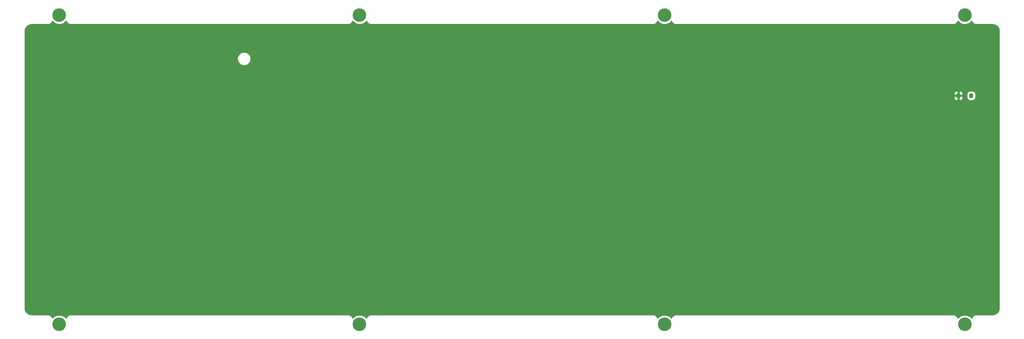
<source format=gbr>
G04 #@! TF.GenerationSoftware,KiCad,Pcbnew,(5.1.10-1-10_14)*
G04 #@! TF.CreationDate,2021-09-09T13:05:08-05:00*
G04 #@! TF.ProjectId,ori_bottom_plate,6f72695f-626f-4747-946f-6d5f706c6174,rev?*
G04 #@! TF.SameCoordinates,Original*
G04 #@! TF.FileFunction,Copper,L1,Top*
G04 #@! TF.FilePolarity,Positive*
%FSLAX46Y46*%
G04 Gerber Fmt 4.6, Leading zero omitted, Abs format (unit mm)*
G04 Created by KiCad (PCBNEW (5.1.10-1-10_14)) date 2021-09-09 13:05:08*
%MOMM*%
%LPD*%
G01*
G04 APERTURE LIST*
G04 #@! TA.AperFunction,ComponentPad*
%ADD10C,3.500000*%
G04 #@! TD*
G04 #@! TA.AperFunction,ViaPad*
%ADD11C,0.500000*%
G04 #@! TD*
G04 #@! TA.AperFunction,Conductor*
%ADD12C,0.250000*%
G04 #@! TD*
G04 #@! TA.AperFunction,Conductor*
%ADD13C,0.254000*%
G04 #@! TD*
G04 #@! TA.AperFunction,Conductor*
%ADD14C,0.100000*%
G04 #@! TD*
G04 APERTURE END LIST*
G04 #@! TA.AperFunction,SMDPad,CuDef*
G36*
G01*
X388211370Y-59168840D02*
X388211370Y-59868840D01*
G75*
G02*
X387961370Y-60118840I-250000J0D01*
G01*
X387461370Y-60118840D01*
G75*
G02*
X387211370Y-59868840I0J250000D01*
G01*
X387211370Y-59168840D01*
G75*
G02*
X387461370Y-58918840I250000J0D01*
G01*
X387961370Y-58918840D01*
G75*
G02*
X388211370Y-59168840I0J-250000D01*
G01*
G37*
G04 #@! TD.AperFunction*
G04 #@! TA.AperFunction,SMDPad,CuDef*
G36*
G01*
X391511370Y-59168840D02*
X391511370Y-59868840D01*
G75*
G02*
X391261370Y-60118840I-250000J0D01*
G01*
X390761370Y-60118840D01*
G75*
G02*
X390511370Y-59868840I0J250000D01*
G01*
X390511370Y-59168840D01*
G75*
G02*
X390761370Y-58918840I250000J0D01*
G01*
X391261370Y-58918840D01*
G75*
G02*
X391511370Y-59168840I0J-250000D01*
G01*
G37*
G04 #@! TD.AperFunction*
D10*
X311970354Y-118454889D03*
X311970354Y-38682951D03*
X233389042Y-118454889D03*
X233389042Y-38682951D03*
X155998322Y-118454889D03*
X155998322Y-38683016D03*
X389360818Y-38683016D03*
X389360818Y-118454824D03*
D11*
X385194165Y-59518840D03*
D12*
X387711370Y-59518840D02*
X385194165Y-59518840D01*
D13*
X310450005Y-40535501D02*
X310840633Y-40796511D01*
X311274675Y-40976297D01*
X311735452Y-41067951D01*
X312205256Y-41067951D01*
X312666033Y-40976297D01*
X313100075Y-40796511D01*
X313490703Y-40535501D01*
X313757764Y-40268440D01*
X313767359Y-40299436D01*
X313790513Y-40354518D01*
X313812946Y-40410042D01*
X313817273Y-40418178D01*
X313872533Y-40520380D01*
X313905968Y-40569948D01*
X313938739Y-40620029D01*
X313944563Y-40627170D01*
X314018622Y-40716692D01*
X314061059Y-40758833D01*
X314102922Y-40801583D01*
X314110023Y-40807456D01*
X314200060Y-40880889D01*
X314249879Y-40913988D01*
X314299242Y-40947788D01*
X314307349Y-40952170D01*
X314409934Y-41006716D01*
X314465241Y-41029511D01*
X314520219Y-41053075D01*
X314529023Y-41055800D01*
X314640249Y-41089381D01*
X314698900Y-41100994D01*
X314757437Y-41113437D01*
X314766602Y-41114400D01*
X314882233Y-41125738D01*
X314882237Y-41125738D01*
X314914220Y-41128888D01*
X386416488Y-41128888D01*
X386444470Y-41126132D01*
X386448039Y-41126157D01*
X386457211Y-41125258D01*
X386572758Y-41113114D01*
X386631361Y-41101084D01*
X386690119Y-41089876D01*
X386698941Y-41087212D01*
X386809930Y-41052855D01*
X386865012Y-41029701D01*
X386920536Y-41007268D01*
X386928672Y-41002941D01*
X387030874Y-40947681D01*
X387080442Y-40914246D01*
X387130523Y-40881475D01*
X387137664Y-40875651D01*
X387227186Y-40801592D01*
X387269327Y-40759155D01*
X387312077Y-40717292D01*
X387317950Y-40710191D01*
X387391383Y-40620154D01*
X387424482Y-40570335D01*
X387458282Y-40520972D01*
X387462664Y-40512865D01*
X387517210Y-40410280D01*
X387540005Y-40354973D01*
X387563569Y-40299995D01*
X387566294Y-40291191D01*
X387573205Y-40268302D01*
X387840469Y-40535566D01*
X388231097Y-40796576D01*
X388665139Y-40976362D01*
X389125916Y-41068016D01*
X389595720Y-41068016D01*
X390056497Y-40976362D01*
X390490539Y-40796576D01*
X390881167Y-40535566D01*
X391148317Y-40268416D01*
X391157919Y-40299436D01*
X391181073Y-40354518D01*
X391203506Y-40410042D01*
X391207833Y-40418178D01*
X391263093Y-40520380D01*
X391296528Y-40569948D01*
X391329299Y-40620029D01*
X391335123Y-40627170D01*
X391409182Y-40716692D01*
X391451619Y-40758833D01*
X391493482Y-40801583D01*
X391500583Y-40807456D01*
X391590620Y-40880889D01*
X391640439Y-40913988D01*
X391689802Y-40947788D01*
X391697909Y-40952170D01*
X391800494Y-41006716D01*
X391855801Y-41029511D01*
X391910779Y-41053075D01*
X391919583Y-41055800D01*
X392030809Y-41089381D01*
X392089460Y-41100994D01*
X392147997Y-41113437D01*
X392157162Y-41114400D01*
X392272793Y-41125738D01*
X392272808Y-41125738D01*
X392304801Y-41128888D01*
X396472881Y-41128761D01*
X396838861Y-41164646D01*
X397159864Y-41261562D01*
X397455930Y-41418983D01*
X397715777Y-41630909D01*
X397929515Y-41889272D01*
X398088998Y-42184230D01*
X398188154Y-42504552D01*
X398226411Y-42868543D01*
X398226410Y-114255541D01*
X398190524Y-114621531D01*
X398093607Y-114942538D01*
X397936187Y-115238599D01*
X397724259Y-115498448D01*
X397465896Y-115712186D01*
X397170940Y-115871668D01*
X396850618Y-115970824D01*
X396486642Y-116009079D01*
X392305169Y-116008952D01*
X392277177Y-116011708D01*
X392273596Y-116011683D01*
X392264425Y-116012582D01*
X392148877Y-116024726D01*
X392090267Y-116036757D01*
X392031517Y-116047964D01*
X392022695Y-116050628D01*
X391911706Y-116084985D01*
X391856624Y-116108139D01*
X391801100Y-116130572D01*
X391792964Y-116134899D01*
X391690762Y-116190159D01*
X391641171Y-116223609D01*
X391591113Y-116256365D01*
X391583972Y-116262189D01*
X391494450Y-116336248D01*
X391452309Y-116378685D01*
X391409559Y-116420548D01*
X391403686Y-116427649D01*
X391330254Y-116517686D01*
X391297165Y-116567490D01*
X391263355Y-116616868D01*
X391258972Y-116624974D01*
X391204427Y-116727560D01*
X391181640Y-116782846D01*
X391158067Y-116837845D01*
X391155342Y-116846648D01*
X391148431Y-116869538D01*
X390881167Y-116602274D01*
X390490539Y-116341264D01*
X390056497Y-116161478D01*
X389595720Y-116069824D01*
X389125916Y-116069824D01*
X388665139Y-116161478D01*
X388231097Y-116341264D01*
X387840469Y-116602274D01*
X387573319Y-116869424D01*
X387563717Y-116838404D01*
X387540563Y-116783322D01*
X387518130Y-116727798D01*
X387513803Y-116719662D01*
X387458543Y-116617460D01*
X387425093Y-116567869D01*
X387392337Y-116517811D01*
X387386513Y-116510670D01*
X387312454Y-116421148D01*
X387270017Y-116379007D01*
X387228154Y-116336257D01*
X387221053Y-116330384D01*
X387131016Y-116256952D01*
X387081212Y-116223863D01*
X387031834Y-116190053D01*
X387023728Y-116185670D01*
X386921142Y-116131125D01*
X386865856Y-116108338D01*
X386810857Y-116084765D01*
X386802054Y-116082040D01*
X386690827Y-116048459D01*
X386632176Y-116036846D01*
X386573639Y-116024403D01*
X386564474Y-116023440D01*
X386448844Y-116012102D01*
X386448838Y-116012102D01*
X386416855Y-116008952D01*
X314914689Y-116009017D01*
X314886717Y-116011772D01*
X314883137Y-116011747D01*
X314873966Y-116012646D01*
X314758418Y-116024790D01*
X314699808Y-116036821D01*
X314641058Y-116048028D01*
X314632236Y-116050692D01*
X314521247Y-116085049D01*
X314466165Y-116108203D01*
X314410641Y-116130636D01*
X314402505Y-116134963D01*
X314300303Y-116190223D01*
X314250712Y-116223673D01*
X314200654Y-116256429D01*
X314193513Y-116262253D01*
X314103991Y-116336312D01*
X314061850Y-116378749D01*
X314019100Y-116420612D01*
X314013227Y-116427713D01*
X313939795Y-116517750D01*
X313906706Y-116567554D01*
X313872896Y-116616932D01*
X313868513Y-116625038D01*
X313813968Y-116727624D01*
X313791181Y-116782910D01*
X313767608Y-116837909D01*
X313764883Y-116846712D01*
X313757971Y-116869607D01*
X313490703Y-116602339D01*
X313100075Y-116341329D01*
X312666033Y-116161543D01*
X312205256Y-116069889D01*
X311735452Y-116069889D01*
X311274675Y-116161543D01*
X310840633Y-116341329D01*
X310450005Y-116602339D01*
X310182859Y-116869485D01*
X310173258Y-116838468D01*
X310150104Y-116783386D01*
X310127671Y-116727862D01*
X310123344Y-116719726D01*
X310068084Y-116617524D01*
X310034634Y-116567933D01*
X310001878Y-116517875D01*
X309996054Y-116510734D01*
X309921995Y-116421212D01*
X309879558Y-116379071D01*
X309837695Y-116336321D01*
X309830594Y-116330448D01*
X309740557Y-116257016D01*
X309690753Y-116223927D01*
X309641375Y-116190117D01*
X309633269Y-116185734D01*
X309530683Y-116131189D01*
X309475397Y-116108402D01*
X309420398Y-116084829D01*
X309411595Y-116082104D01*
X309300368Y-116048523D01*
X309241717Y-116036910D01*
X309183180Y-116024467D01*
X309174015Y-116023504D01*
X309058385Y-116012166D01*
X309058370Y-116012166D01*
X309026397Y-116009017D01*
X236333405Y-116008952D01*
X236305423Y-116011708D01*
X236301852Y-116011683D01*
X236292681Y-116012582D01*
X236177133Y-116024726D01*
X236118523Y-116036757D01*
X236059773Y-116047964D01*
X236050951Y-116050628D01*
X235939962Y-116084985D01*
X235884880Y-116108139D01*
X235829356Y-116130572D01*
X235821220Y-116134899D01*
X235719018Y-116190159D01*
X235669427Y-116223609D01*
X235619369Y-116256365D01*
X235612228Y-116262189D01*
X235522706Y-116336248D01*
X235480565Y-116378685D01*
X235437815Y-116420548D01*
X235431942Y-116427649D01*
X235358510Y-116517686D01*
X235325421Y-116567490D01*
X235291611Y-116616868D01*
X235287228Y-116624974D01*
X235232683Y-116727560D01*
X235209896Y-116782846D01*
X235186323Y-116837845D01*
X235183598Y-116846648D01*
X235176665Y-116869613D01*
X234909391Y-116602339D01*
X234518763Y-116341329D01*
X234084721Y-116161543D01*
X233623944Y-116069889D01*
X233154140Y-116069889D01*
X232693363Y-116161543D01*
X232259321Y-116341329D01*
X231868693Y-116602339D01*
X231601583Y-116869449D01*
X231591973Y-116838404D01*
X231568819Y-116783322D01*
X231546386Y-116727798D01*
X231542059Y-116719662D01*
X231486799Y-116617460D01*
X231453349Y-116567869D01*
X231420593Y-116517811D01*
X231414769Y-116510670D01*
X231340710Y-116421148D01*
X231298273Y-116379007D01*
X231256410Y-116336257D01*
X231249309Y-116330384D01*
X231159272Y-116256952D01*
X231109468Y-116223863D01*
X231060090Y-116190053D01*
X231051984Y-116185670D01*
X230949398Y-116131125D01*
X230894112Y-116108338D01*
X230839113Y-116084765D01*
X230830310Y-116082040D01*
X230719083Y-116048459D01*
X230660432Y-116036846D01*
X230601895Y-116024403D01*
X230592730Y-116023440D01*
X230477100Y-116012102D01*
X230477094Y-116012102D01*
X230445111Y-116008952D01*
X158942657Y-116009017D01*
X158914685Y-116011772D01*
X158911105Y-116011747D01*
X158901934Y-116012646D01*
X158786386Y-116024790D01*
X158727776Y-116036821D01*
X158669026Y-116048028D01*
X158660204Y-116050692D01*
X158549215Y-116085049D01*
X158494133Y-116108203D01*
X158438609Y-116130636D01*
X158430473Y-116134963D01*
X158328271Y-116190223D01*
X158278680Y-116223673D01*
X158228622Y-116256429D01*
X158221481Y-116262253D01*
X158131959Y-116336312D01*
X158089818Y-116378749D01*
X158047068Y-116420612D01*
X158041195Y-116427713D01*
X157967763Y-116517750D01*
X157934674Y-116567554D01*
X157900864Y-116616932D01*
X157896481Y-116625038D01*
X157841936Y-116727624D01*
X157819149Y-116782910D01*
X157795576Y-116837909D01*
X157792851Y-116846712D01*
X157785939Y-116869607D01*
X157518671Y-116602339D01*
X157128043Y-116341329D01*
X156694001Y-116161543D01*
X156233224Y-116069889D01*
X155763420Y-116069889D01*
X155302643Y-116161543D01*
X154868601Y-116341329D01*
X154477973Y-116602339D01*
X154210827Y-116869485D01*
X154201226Y-116838468D01*
X154178072Y-116783386D01*
X154155639Y-116727862D01*
X154151312Y-116719726D01*
X154096052Y-116617524D01*
X154062602Y-116567933D01*
X154029846Y-116517875D01*
X154024022Y-116510734D01*
X153949963Y-116421212D01*
X153907526Y-116379071D01*
X153865663Y-116336321D01*
X153858562Y-116330448D01*
X153768525Y-116257016D01*
X153718721Y-116223927D01*
X153669343Y-116190117D01*
X153661237Y-116185734D01*
X153558651Y-116131189D01*
X153503365Y-116108402D01*
X153448366Y-116084829D01*
X153439563Y-116082104D01*
X153328336Y-116048523D01*
X153269685Y-116036910D01*
X153211148Y-116024467D01*
X153201983Y-116023504D01*
X153086353Y-116012166D01*
X153086341Y-116012166D01*
X153054354Y-116009016D01*
X148886389Y-116009080D01*
X148520399Y-115973194D01*
X148199392Y-115876277D01*
X147903331Y-115718857D01*
X147643482Y-115506929D01*
X147429744Y-115248566D01*
X147270262Y-114953610D01*
X147171106Y-114633288D01*
X147132850Y-114269307D01*
X147132850Y-60118840D01*
X386573298Y-60118840D01*
X386585558Y-60243322D01*
X386621868Y-60363020D01*
X386680833Y-60473334D01*
X386760185Y-60570025D01*
X386856876Y-60649377D01*
X386967190Y-60708342D01*
X387086888Y-60744652D01*
X387211370Y-60756912D01*
X387425620Y-60753840D01*
X387584370Y-60595090D01*
X387584370Y-59645840D01*
X387838370Y-59645840D01*
X387838370Y-60595090D01*
X387997120Y-60753840D01*
X388211370Y-60756912D01*
X388335852Y-60744652D01*
X388455550Y-60708342D01*
X388565864Y-60649377D01*
X388662555Y-60570025D01*
X388741907Y-60473334D01*
X388800872Y-60363020D01*
X388837182Y-60243322D01*
X388849442Y-60118840D01*
X388846370Y-59804590D01*
X388687620Y-59645840D01*
X387838370Y-59645840D01*
X387584370Y-59645840D01*
X386735120Y-59645840D01*
X386576370Y-59804590D01*
X386573298Y-60118840D01*
X147132850Y-60118840D01*
X147132850Y-58918840D01*
X386573298Y-58918840D01*
X386576370Y-59233090D01*
X386735120Y-59391840D01*
X387584370Y-59391840D01*
X387584370Y-58442590D01*
X387838370Y-58442590D01*
X387838370Y-59391840D01*
X388687620Y-59391840D01*
X388846370Y-59233090D01*
X388846998Y-59168840D01*
X389873298Y-59168840D01*
X389873298Y-59868840D01*
X389890362Y-60042094D01*
X389940898Y-60208690D01*
X390022965Y-60362226D01*
X390133408Y-60496802D01*
X390267984Y-60607245D01*
X390421520Y-60689312D01*
X390588116Y-60739848D01*
X390761370Y-60756912D01*
X391261370Y-60756912D01*
X391434624Y-60739848D01*
X391601220Y-60689312D01*
X391754756Y-60607245D01*
X391889332Y-60496802D01*
X391999775Y-60362226D01*
X392081842Y-60208690D01*
X392132378Y-60042094D01*
X392149442Y-59868840D01*
X392149442Y-59168840D01*
X392132378Y-58995586D01*
X392081842Y-58828990D01*
X391999775Y-58675454D01*
X391889332Y-58540878D01*
X391754756Y-58430435D01*
X391601220Y-58348368D01*
X391434624Y-58297832D01*
X391261370Y-58280768D01*
X390761370Y-58280768D01*
X390588116Y-58297832D01*
X390421520Y-58348368D01*
X390267984Y-58430435D01*
X390133408Y-58540878D01*
X390022965Y-58675454D01*
X389940898Y-58828990D01*
X389890362Y-58995586D01*
X389873298Y-59168840D01*
X388846998Y-59168840D01*
X388849442Y-58918840D01*
X388837182Y-58794358D01*
X388800872Y-58674660D01*
X388741907Y-58564346D01*
X388662555Y-58467655D01*
X388565864Y-58388303D01*
X388455550Y-58329338D01*
X388335852Y-58293028D01*
X388211370Y-58280768D01*
X387997120Y-58283840D01*
X387838370Y-58442590D01*
X387584370Y-58442590D01*
X387425620Y-58283840D01*
X387211370Y-58280768D01*
X387086888Y-58293028D01*
X386967190Y-58329338D01*
X386856876Y-58388303D01*
X386760185Y-58467655D01*
X386680833Y-58564346D01*
X386621868Y-58674660D01*
X386585558Y-58794358D01*
X386573298Y-58918840D01*
X147132850Y-58918840D01*
X147132850Y-49823061D01*
X201888474Y-49823061D01*
X201888474Y-50164827D01*
X201955149Y-50500025D01*
X202085937Y-50815775D01*
X202275811Y-51099942D01*
X202517476Y-51341607D01*
X202801643Y-51531481D01*
X203117393Y-51662269D01*
X203452591Y-51728944D01*
X203794357Y-51728944D01*
X204129555Y-51662269D01*
X204445305Y-51531481D01*
X204729472Y-51341607D01*
X204971137Y-51099942D01*
X205161011Y-50815775D01*
X205291799Y-50500025D01*
X205358474Y-50164827D01*
X205358474Y-49823061D01*
X205291799Y-49487863D01*
X205161011Y-49172113D01*
X204971137Y-48887946D01*
X204729472Y-48646281D01*
X204445305Y-48456407D01*
X204129555Y-48325619D01*
X203794357Y-48258944D01*
X203452591Y-48258944D01*
X203117393Y-48325619D01*
X202801643Y-48456407D01*
X202517476Y-48646281D01*
X202275811Y-48887946D01*
X202085937Y-49172113D01*
X201955149Y-49487863D01*
X201888474Y-49823061D01*
X147132850Y-49823061D01*
X147132850Y-42882299D01*
X147168736Y-42516309D01*
X147265652Y-42195306D01*
X147423073Y-41899240D01*
X147634999Y-41639393D01*
X147893362Y-41425655D01*
X148188320Y-41266172D01*
X148508642Y-41167016D01*
X148872618Y-41128761D01*
X153054163Y-41128888D01*
X153082155Y-41126132D01*
X153085735Y-41126157D01*
X153094907Y-41125258D01*
X153210454Y-41113114D01*
X153269057Y-41101084D01*
X153327815Y-41089876D01*
X153336637Y-41087212D01*
X153447626Y-41052855D01*
X153502708Y-41029701D01*
X153558232Y-41007268D01*
X153566368Y-41002941D01*
X153668570Y-40947681D01*
X153718138Y-40914246D01*
X153768219Y-40881475D01*
X153775360Y-40875651D01*
X153864882Y-40801592D01*
X153907023Y-40759155D01*
X153949773Y-40717292D01*
X153955646Y-40710191D01*
X154029079Y-40620154D01*
X154062178Y-40570335D01*
X154095978Y-40520972D01*
X154100360Y-40512865D01*
X154154906Y-40410280D01*
X154177701Y-40354973D01*
X154201265Y-40299995D01*
X154203990Y-40291191D01*
X154210856Y-40268449D01*
X154477973Y-40535566D01*
X154868601Y-40796576D01*
X155302643Y-40976362D01*
X155763420Y-41068016D01*
X156233224Y-41068016D01*
X156694001Y-40976362D01*
X157128043Y-40796576D01*
X157518671Y-40535566D01*
X157785967Y-40268270D01*
X157795615Y-40299436D01*
X157818769Y-40354518D01*
X157841202Y-40410042D01*
X157845529Y-40418178D01*
X157900789Y-40520380D01*
X157934224Y-40569948D01*
X157966995Y-40620029D01*
X157972819Y-40627170D01*
X158046878Y-40716692D01*
X158089315Y-40758833D01*
X158131178Y-40801583D01*
X158138279Y-40807456D01*
X158228316Y-40880889D01*
X158278135Y-40913988D01*
X158327498Y-40947788D01*
X158335605Y-40952170D01*
X158438190Y-41006716D01*
X158493497Y-41029511D01*
X158548475Y-41053075D01*
X158557279Y-41055800D01*
X158668505Y-41089381D01*
X158727156Y-41100994D01*
X158785693Y-41113437D01*
X158794858Y-41114400D01*
X158910489Y-41125738D01*
X158910493Y-41125738D01*
X158942476Y-41128888D01*
X230444744Y-41128888D01*
X230472726Y-41126132D01*
X230476295Y-41126157D01*
X230485467Y-41125258D01*
X230601014Y-41113114D01*
X230659617Y-41101084D01*
X230718375Y-41089876D01*
X230727197Y-41087212D01*
X230838186Y-41052855D01*
X230893268Y-41029701D01*
X230948792Y-41007268D01*
X230956928Y-41002941D01*
X231059130Y-40947681D01*
X231108698Y-40914246D01*
X231158779Y-40881475D01*
X231165920Y-40875651D01*
X231255442Y-40801592D01*
X231297583Y-40759155D01*
X231340333Y-40717292D01*
X231346206Y-40710191D01*
X231419639Y-40620154D01*
X231452738Y-40570335D01*
X231486538Y-40520972D01*
X231490920Y-40512865D01*
X231545466Y-40410280D01*
X231568261Y-40354973D01*
X231591825Y-40299995D01*
X231594550Y-40291191D01*
X231601468Y-40268276D01*
X231868693Y-40535501D01*
X232259321Y-40796511D01*
X232693363Y-40976297D01*
X233154140Y-41067951D01*
X233623944Y-41067951D01*
X234084721Y-40976297D01*
X234518763Y-40796511D01*
X234909391Y-40535501D01*
X235176550Y-40268342D01*
X235186175Y-40299436D01*
X235209329Y-40354518D01*
X235231762Y-40410042D01*
X235236089Y-40418178D01*
X235291349Y-40520380D01*
X235324784Y-40569948D01*
X235357555Y-40620029D01*
X235363379Y-40627170D01*
X235437438Y-40716692D01*
X235479875Y-40758833D01*
X235521738Y-40801583D01*
X235528839Y-40807456D01*
X235618876Y-40880889D01*
X235668695Y-40913988D01*
X235718058Y-40947788D01*
X235726165Y-40952170D01*
X235828750Y-41006716D01*
X235884057Y-41029511D01*
X235939035Y-41053075D01*
X235947839Y-41055800D01*
X236059065Y-41089381D01*
X236117716Y-41100994D01*
X236176253Y-41113437D01*
X236185418Y-41114400D01*
X236301049Y-41125738D01*
X236301053Y-41125738D01*
X236333036Y-41128888D01*
X309025928Y-41128888D01*
X309053910Y-41126132D01*
X309057479Y-41126157D01*
X309066651Y-41125258D01*
X309182198Y-41113114D01*
X309240801Y-41101084D01*
X309299559Y-41089876D01*
X309308381Y-41087212D01*
X309419370Y-41052855D01*
X309474452Y-41029701D01*
X309529976Y-41007268D01*
X309538112Y-41002941D01*
X309640314Y-40947681D01*
X309689882Y-40914246D01*
X309739963Y-40881475D01*
X309747104Y-40875651D01*
X309836626Y-40801592D01*
X309878767Y-40759155D01*
X309921517Y-40717292D01*
X309927390Y-40710191D01*
X310000823Y-40620154D01*
X310033922Y-40570335D01*
X310067722Y-40520972D01*
X310072104Y-40512865D01*
X310126650Y-40410280D01*
X310149445Y-40354973D01*
X310173009Y-40299995D01*
X310175734Y-40291191D01*
X310182682Y-40268178D01*
X310450005Y-40535501D01*
G04 #@! TA.AperFunction,Conductor*
D14*
G36*
X310450005Y-40535501D02*
G01*
X310840633Y-40796511D01*
X311274675Y-40976297D01*
X311735452Y-41067951D01*
X312205256Y-41067951D01*
X312666033Y-40976297D01*
X313100075Y-40796511D01*
X313490703Y-40535501D01*
X313757764Y-40268440D01*
X313767359Y-40299436D01*
X313790513Y-40354518D01*
X313812946Y-40410042D01*
X313817273Y-40418178D01*
X313872533Y-40520380D01*
X313905968Y-40569948D01*
X313938739Y-40620029D01*
X313944563Y-40627170D01*
X314018622Y-40716692D01*
X314061059Y-40758833D01*
X314102922Y-40801583D01*
X314110023Y-40807456D01*
X314200060Y-40880889D01*
X314249879Y-40913988D01*
X314299242Y-40947788D01*
X314307349Y-40952170D01*
X314409934Y-41006716D01*
X314465241Y-41029511D01*
X314520219Y-41053075D01*
X314529023Y-41055800D01*
X314640249Y-41089381D01*
X314698900Y-41100994D01*
X314757437Y-41113437D01*
X314766602Y-41114400D01*
X314882233Y-41125738D01*
X314882237Y-41125738D01*
X314914220Y-41128888D01*
X386416488Y-41128888D01*
X386444470Y-41126132D01*
X386448039Y-41126157D01*
X386457211Y-41125258D01*
X386572758Y-41113114D01*
X386631361Y-41101084D01*
X386690119Y-41089876D01*
X386698941Y-41087212D01*
X386809930Y-41052855D01*
X386865012Y-41029701D01*
X386920536Y-41007268D01*
X386928672Y-41002941D01*
X387030874Y-40947681D01*
X387080442Y-40914246D01*
X387130523Y-40881475D01*
X387137664Y-40875651D01*
X387227186Y-40801592D01*
X387269327Y-40759155D01*
X387312077Y-40717292D01*
X387317950Y-40710191D01*
X387391383Y-40620154D01*
X387424482Y-40570335D01*
X387458282Y-40520972D01*
X387462664Y-40512865D01*
X387517210Y-40410280D01*
X387540005Y-40354973D01*
X387563569Y-40299995D01*
X387566294Y-40291191D01*
X387573205Y-40268302D01*
X387840469Y-40535566D01*
X388231097Y-40796576D01*
X388665139Y-40976362D01*
X389125916Y-41068016D01*
X389595720Y-41068016D01*
X390056497Y-40976362D01*
X390490539Y-40796576D01*
X390881167Y-40535566D01*
X391148317Y-40268416D01*
X391157919Y-40299436D01*
X391181073Y-40354518D01*
X391203506Y-40410042D01*
X391207833Y-40418178D01*
X391263093Y-40520380D01*
X391296528Y-40569948D01*
X391329299Y-40620029D01*
X391335123Y-40627170D01*
X391409182Y-40716692D01*
X391451619Y-40758833D01*
X391493482Y-40801583D01*
X391500583Y-40807456D01*
X391590620Y-40880889D01*
X391640439Y-40913988D01*
X391689802Y-40947788D01*
X391697909Y-40952170D01*
X391800494Y-41006716D01*
X391855801Y-41029511D01*
X391910779Y-41053075D01*
X391919583Y-41055800D01*
X392030809Y-41089381D01*
X392089460Y-41100994D01*
X392147997Y-41113437D01*
X392157162Y-41114400D01*
X392272793Y-41125738D01*
X392272808Y-41125738D01*
X392304801Y-41128888D01*
X396472881Y-41128761D01*
X396838861Y-41164646D01*
X397159864Y-41261562D01*
X397455930Y-41418983D01*
X397715777Y-41630909D01*
X397929515Y-41889272D01*
X398088998Y-42184230D01*
X398188154Y-42504552D01*
X398226411Y-42868543D01*
X398226410Y-114255541D01*
X398190524Y-114621531D01*
X398093607Y-114942538D01*
X397936187Y-115238599D01*
X397724259Y-115498448D01*
X397465896Y-115712186D01*
X397170940Y-115871668D01*
X396850618Y-115970824D01*
X396486642Y-116009079D01*
X392305169Y-116008952D01*
X392277177Y-116011708D01*
X392273596Y-116011683D01*
X392264425Y-116012582D01*
X392148877Y-116024726D01*
X392090267Y-116036757D01*
X392031517Y-116047964D01*
X392022695Y-116050628D01*
X391911706Y-116084985D01*
X391856624Y-116108139D01*
X391801100Y-116130572D01*
X391792964Y-116134899D01*
X391690762Y-116190159D01*
X391641171Y-116223609D01*
X391591113Y-116256365D01*
X391583972Y-116262189D01*
X391494450Y-116336248D01*
X391452309Y-116378685D01*
X391409559Y-116420548D01*
X391403686Y-116427649D01*
X391330254Y-116517686D01*
X391297165Y-116567490D01*
X391263355Y-116616868D01*
X391258972Y-116624974D01*
X391204427Y-116727560D01*
X391181640Y-116782846D01*
X391158067Y-116837845D01*
X391155342Y-116846648D01*
X391148431Y-116869538D01*
X390881167Y-116602274D01*
X390490539Y-116341264D01*
X390056497Y-116161478D01*
X389595720Y-116069824D01*
X389125916Y-116069824D01*
X388665139Y-116161478D01*
X388231097Y-116341264D01*
X387840469Y-116602274D01*
X387573319Y-116869424D01*
X387563717Y-116838404D01*
X387540563Y-116783322D01*
X387518130Y-116727798D01*
X387513803Y-116719662D01*
X387458543Y-116617460D01*
X387425093Y-116567869D01*
X387392337Y-116517811D01*
X387386513Y-116510670D01*
X387312454Y-116421148D01*
X387270017Y-116379007D01*
X387228154Y-116336257D01*
X387221053Y-116330384D01*
X387131016Y-116256952D01*
X387081212Y-116223863D01*
X387031834Y-116190053D01*
X387023728Y-116185670D01*
X386921142Y-116131125D01*
X386865856Y-116108338D01*
X386810857Y-116084765D01*
X386802054Y-116082040D01*
X386690827Y-116048459D01*
X386632176Y-116036846D01*
X386573639Y-116024403D01*
X386564474Y-116023440D01*
X386448844Y-116012102D01*
X386448838Y-116012102D01*
X386416855Y-116008952D01*
X314914689Y-116009017D01*
X314886717Y-116011772D01*
X314883137Y-116011747D01*
X314873966Y-116012646D01*
X314758418Y-116024790D01*
X314699808Y-116036821D01*
X314641058Y-116048028D01*
X314632236Y-116050692D01*
X314521247Y-116085049D01*
X314466165Y-116108203D01*
X314410641Y-116130636D01*
X314402505Y-116134963D01*
X314300303Y-116190223D01*
X314250712Y-116223673D01*
X314200654Y-116256429D01*
X314193513Y-116262253D01*
X314103991Y-116336312D01*
X314061850Y-116378749D01*
X314019100Y-116420612D01*
X314013227Y-116427713D01*
X313939795Y-116517750D01*
X313906706Y-116567554D01*
X313872896Y-116616932D01*
X313868513Y-116625038D01*
X313813968Y-116727624D01*
X313791181Y-116782910D01*
X313767608Y-116837909D01*
X313764883Y-116846712D01*
X313757971Y-116869607D01*
X313490703Y-116602339D01*
X313100075Y-116341329D01*
X312666033Y-116161543D01*
X312205256Y-116069889D01*
X311735452Y-116069889D01*
X311274675Y-116161543D01*
X310840633Y-116341329D01*
X310450005Y-116602339D01*
X310182859Y-116869485D01*
X310173258Y-116838468D01*
X310150104Y-116783386D01*
X310127671Y-116727862D01*
X310123344Y-116719726D01*
X310068084Y-116617524D01*
X310034634Y-116567933D01*
X310001878Y-116517875D01*
X309996054Y-116510734D01*
X309921995Y-116421212D01*
X309879558Y-116379071D01*
X309837695Y-116336321D01*
X309830594Y-116330448D01*
X309740557Y-116257016D01*
X309690753Y-116223927D01*
X309641375Y-116190117D01*
X309633269Y-116185734D01*
X309530683Y-116131189D01*
X309475397Y-116108402D01*
X309420398Y-116084829D01*
X309411595Y-116082104D01*
X309300368Y-116048523D01*
X309241717Y-116036910D01*
X309183180Y-116024467D01*
X309174015Y-116023504D01*
X309058385Y-116012166D01*
X309058370Y-116012166D01*
X309026397Y-116009017D01*
X236333405Y-116008952D01*
X236305423Y-116011708D01*
X236301852Y-116011683D01*
X236292681Y-116012582D01*
X236177133Y-116024726D01*
X236118523Y-116036757D01*
X236059773Y-116047964D01*
X236050951Y-116050628D01*
X235939962Y-116084985D01*
X235884880Y-116108139D01*
X235829356Y-116130572D01*
X235821220Y-116134899D01*
X235719018Y-116190159D01*
X235669427Y-116223609D01*
X235619369Y-116256365D01*
X235612228Y-116262189D01*
X235522706Y-116336248D01*
X235480565Y-116378685D01*
X235437815Y-116420548D01*
X235431942Y-116427649D01*
X235358510Y-116517686D01*
X235325421Y-116567490D01*
X235291611Y-116616868D01*
X235287228Y-116624974D01*
X235232683Y-116727560D01*
X235209896Y-116782846D01*
X235186323Y-116837845D01*
X235183598Y-116846648D01*
X235176665Y-116869613D01*
X234909391Y-116602339D01*
X234518763Y-116341329D01*
X234084721Y-116161543D01*
X233623944Y-116069889D01*
X233154140Y-116069889D01*
X232693363Y-116161543D01*
X232259321Y-116341329D01*
X231868693Y-116602339D01*
X231601583Y-116869449D01*
X231591973Y-116838404D01*
X231568819Y-116783322D01*
X231546386Y-116727798D01*
X231542059Y-116719662D01*
X231486799Y-116617460D01*
X231453349Y-116567869D01*
X231420593Y-116517811D01*
X231414769Y-116510670D01*
X231340710Y-116421148D01*
X231298273Y-116379007D01*
X231256410Y-116336257D01*
X231249309Y-116330384D01*
X231159272Y-116256952D01*
X231109468Y-116223863D01*
X231060090Y-116190053D01*
X231051984Y-116185670D01*
X230949398Y-116131125D01*
X230894112Y-116108338D01*
X230839113Y-116084765D01*
X230830310Y-116082040D01*
X230719083Y-116048459D01*
X230660432Y-116036846D01*
X230601895Y-116024403D01*
X230592730Y-116023440D01*
X230477100Y-116012102D01*
X230477094Y-116012102D01*
X230445111Y-116008952D01*
X158942657Y-116009017D01*
X158914685Y-116011772D01*
X158911105Y-116011747D01*
X158901934Y-116012646D01*
X158786386Y-116024790D01*
X158727776Y-116036821D01*
X158669026Y-116048028D01*
X158660204Y-116050692D01*
X158549215Y-116085049D01*
X158494133Y-116108203D01*
X158438609Y-116130636D01*
X158430473Y-116134963D01*
X158328271Y-116190223D01*
X158278680Y-116223673D01*
X158228622Y-116256429D01*
X158221481Y-116262253D01*
X158131959Y-116336312D01*
X158089818Y-116378749D01*
X158047068Y-116420612D01*
X158041195Y-116427713D01*
X157967763Y-116517750D01*
X157934674Y-116567554D01*
X157900864Y-116616932D01*
X157896481Y-116625038D01*
X157841936Y-116727624D01*
X157819149Y-116782910D01*
X157795576Y-116837909D01*
X157792851Y-116846712D01*
X157785939Y-116869607D01*
X157518671Y-116602339D01*
X157128043Y-116341329D01*
X156694001Y-116161543D01*
X156233224Y-116069889D01*
X155763420Y-116069889D01*
X155302643Y-116161543D01*
X154868601Y-116341329D01*
X154477973Y-116602339D01*
X154210827Y-116869485D01*
X154201226Y-116838468D01*
X154178072Y-116783386D01*
X154155639Y-116727862D01*
X154151312Y-116719726D01*
X154096052Y-116617524D01*
X154062602Y-116567933D01*
X154029846Y-116517875D01*
X154024022Y-116510734D01*
X153949963Y-116421212D01*
X153907526Y-116379071D01*
X153865663Y-116336321D01*
X153858562Y-116330448D01*
X153768525Y-116257016D01*
X153718721Y-116223927D01*
X153669343Y-116190117D01*
X153661237Y-116185734D01*
X153558651Y-116131189D01*
X153503365Y-116108402D01*
X153448366Y-116084829D01*
X153439563Y-116082104D01*
X153328336Y-116048523D01*
X153269685Y-116036910D01*
X153211148Y-116024467D01*
X153201983Y-116023504D01*
X153086353Y-116012166D01*
X153086341Y-116012166D01*
X153054354Y-116009016D01*
X148886389Y-116009080D01*
X148520399Y-115973194D01*
X148199392Y-115876277D01*
X147903331Y-115718857D01*
X147643482Y-115506929D01*
X147429744Y-115248566D01*
X147270262Y-114953610D01*
X147171106Y-114633288D01*
X147132850Y-114269307D01*
X147132850Y-60118840D01*
X386573298Y-60118840D01*
X386585558Y-60243322D01*
X386621868Y-60363020D01*
X386680833Y-60473334D01*
X386760185Y-60570025D01*
X386856876Y-60649377D01*
X386967190Y-60708342D01*
X387086888Y-60744652D01*
X387211370Y-60756912D01*
X387425620Y-60753840D01*
X387584370Y-60595090D01*
X387584370Y-59645840D01*
X387838370Y-59645840D01*
X387838370Y-60595090D01*
X387997120Y-60753840D01*
X388211370Y-60756912D01*
X388335852Y-60744652D01*
X388455550Y-60708342D01*
X388565864Y-60649377D01*
X388662555Y-60570025D01*
X388741907Y-60473334D01*
X388800872Y-60363020D01*
X388837182Y-60243322D01*
X388849442Y-60118840D01*
X388846370Y-59804590D01*
X388687620Y-59645840D01*
X387838370Y-59645840D01*
X387584370Y-59645840D01*
X386735120Y-59645840D01*
X386576370Y-59804590D01*
X386573298Y-60118840D01*
X147132850Y-60118840D01*
X147132850Y-58918840D01*
X386573298Y-58918840D01*
X386576370Y-59233090D01*
X386735120Y-59391840D01*
X387584370Y-59391840D01*
X387584370Y-58442590D01*
X387838370Y-58442590D01*
X387838370Y-59391840D01*
X388687620Y-59391840D01*
X388846370Y-59233090D01*
X388846998Y-59168840D01*
X389873298Y-59168840D01*
X389873298Y-59868840D01*
X389890362Y-60042094D01*
X389940898Y-60208690D01*
X390022965Y-60362226D01*
X390133408Y-60496802D01*
X390267984Y-60607245D01*
X390421520Y-60689312D01*
X390588116Y-60739848D01*
X390761370Y-60756912D01*
X391261370Y-60756912D01*
X391434624Y-60739848D01*
X391601220Y-60689312D01*
X391754756Y-60607245D01*
X391889332Y-60496802D01*
X391999775Y-60362226D01*
X392081842Y-60208690D01*
X392132378Y-60042094D01*
X392149442Y-59868840D01*
X392149442Y-59168840D01*
X392132378Y-58995586D01*
X392081842Y-58828990D01*
X391999775Y-58675454D01*
X391889332Y-58540878D01*
X391754756Y-58430435D01*
X391601220Y-58348368D01*
X391434624Y-58297832D01*
X391261370Y-58280768D01*
X390761370Y-58280768D01*
X390588116Y-58297832D01*
X390421520Y-58348368D01*
X390267984Y-58430435D01*
X390133408Y-58540878D01*
X390022965Y-58675454D01*
X389940898Y-58828990D01*
X389890362Y-58995586D01*
X389873298Y-59168840D01*
X388846998Y-59168840D01*
X388849442Y-58918840D01*
X388837182Y-58794358D01*
X388800872Y-58674660D01*
X388741907Y-58564346D01*
X388662555Y-58467655D01*
X388565864Y-58388303D01*
X388455550Y-58329338D01*
X388335852Y-58293028D01*
X388211370Y-58280768D01*
X387997120Y-58283840D01*
X387838370Y-58442590D01*
X387584370Y-58442590D01*
X387425620Y-58283840D01*
X387211370Y-58280768D01*
X387086888Y-58293028D01*
X386967190Y-58329338D01*
X386856876Y-58388303D01*
X386760185Y-58467655D01*
X386680833Y-58564346D01*
X386621868Y-58674660D01*
X386585558Y-58794358D01*
X386573298Y-58918840D01*
X147132850Y-58918840D01*
X147132850Y-49823061D01*
X201888474Y-49823061D01*
X201888474Y-50164827D01*
X201955149Y-50500025D01*
X202085937Y-50815775D01*
X202275811Y-51099942D01*
X202517476Y-51341607D01*
X202801643Y-51531481D01*
X203117393Y-51662269D01*
X203452591Y-51728944D01*
X203794357Y-51728944D01*
X204129555Y-51662269D01*
X204445305Y-51531481D01*
X204729472Y-51341607D01*
X204971137Y-51099942D01*
X205161011Y-50815775D01*
X205291799Y-50500025D01*
X205358474Y-50164827D01*
X205358474Y-49823061D01*
X205291799Y-49487863D01*
X205161011Y-49172113D01*
X204971137Y-48887946D01*
X204729472Y-48646281D01*
X204445305Y-48456407D01*
X204129555Y-48325619D01*
X203794357Y-48258944D01*
X203452591Y-48258944D01*
X203117393Y-48325619D01*
X202801643Y-48456407D01*
X202517476Y-48646281D01*
X202275811Y-48887946D01*
X202085937Y-49172113D01*
X201955149Y-49487863D01*
X201888474Y-49823061D01*
X147132850Y-49823061D01*
X147132850Y-42882299D01*
X147168736Y-42516309D01*
X147265652Y-42195306D01*
X147423073Y-41899240D01*
X147634999Y-41639393D01*
X147893362Y-41425655D01*
X148188320Y-41266172D01*
X148508642Y-41167016D01*
X148872618Y-41128761D01*
X153054163Y-41128888D01*
X153082155Y-41126132D01*
X153085735Y-41126157D01*
X153094907Y-41125258D01*
X153210454Y-41113114D01*
X153269057Y-41101084D01*
X153327815Y-41089876D01*
X153336637Y-41087212D01*
X153447626Y-41052855D01*
X153502708Y-41029701D01*
X153558232Y-41007268D01*
X153566368Y-41002941D01*
X153668570Y-40947681D01*
X153718138Y-40914246D01*
X153768219Y-40881475D01*
X153775360Y-40875651D01*
X153864882Y-40801592D01*
X153907023Y-40759155D01*
X153949773Y-40717292D01*
X153955646Y-40710191D01*
X154029079Y-40620154D01*
X154062178Y-40570335D01*
X154095978Y-40520972D01*
X154100360Y-40512865D01*
X154154906Y-40410280D01*
X154177701Y-40354973D01*
X154201265Y-40299995D01*
X154203990Y-40291191D01*
X154210856Y-40268449D01*
X154477973Y-40535566D01*
X154868601Y-40796576D01*
X155302643Y-40976362D01*
X155763420Y-41068016D01*
X156233224Y-41068016D01*
X156694001Y-40976362D01*
X157128043Y-40796576D01*
X157518671Y-40535566D01*
X157785967Y-40268270D01*
X157795615Y-40299436D01*
X157818769Y-40354518D01*
X157841202Y-40410042D01*
X157845529Y-40418178D01*
X157900789Y-40520380D01*
X157934224Y-40569948D01*
X157966995Y-40620029D01*
X157972819Y-40627170D01*
X158046878Y-40716692D01*
X158089315Y-40758833D01*
X158131178Y-40801583D01*
X158138279Y-40807456D01*
X158228316Y-40880889D01*
X158278135Y-40913988D01*
X158327498Y-40947788D01*
X158335605Y-40952170D01*
X158438190Y-41006716D01*
X158493497Y-41029511D01*
X158548475Y-41053075D01*
X158557279Y-41055800D01*
X158668505Y-41089381D01*
X158727156Y-41100994D01*
X158785693Y-41113437D01*
X158794858Y-41114400D01*
X158910489Y-41125738D01*
X158910493Y-41125738D01*
X158942476Y-41128888D01*
X230444744Y-41128888D01*
X230472726Y-41126132D01*
X230476295Y-41126157D01*
X230485467Y-41125258D01*
X230601014Y-41113114D01*
X230659617Y-41101084D01*
X230718375Y-41089876D01*
X230727197Y-41087212D01*
X230838186Y-41052855D01*
X230893268Y-41029701D01*
X230948792Y-41007268D01*
X230956928Y-41002941D01*
X231059130Y-40947681D01*
X231108698Y-40914246D01*
X231158779Y-40881475D01*
X231165920Y-40875651D01*
X231255442Y-40801592D01*
X231297583Y-40759155D01*
X231340333Y-40717292D01*
X231346206Y-40710191D01*
X231419639Y-40620154D01*
X231452738Y-40570335D01*
X231486538Y-40520972D01*
X231490920Y-40512865D01*
X231545466Y-40410280D01*
X231568261Y-40354973D01*
X231591825Y-40299995D01*
X231594550Y-40291191D01*
X231601468Y-40268276D01*
X231868693Y-40535501D01*
X232259321Y-40796511D01*
X232693363Y-40976297D01*
X233154140Y-41067951D01*
X233623944Y-41067951D01*
X234084721Y-40976297D01*
X234518763Y-40796511D01*
X234909391Y-40535501D01*
X235176550Y-40268342D01*
X235186175Y-40299436D01*
X235209329Y-40354518D01*
X235231762Y-40410042D01*
X235236089Y-40418178D01*
X235291349Y-40520380D01*
X235324784Y-40569948D01*
X235357555Y-40620029D01*
X235363379Y-40627170D01*
X235437438Y-40716692D01*
X235479875Y-40758833D01*
X235521738Y-40801583D01*
X235528839Y-40807456D01*
X235618876Y-40880889D01*
X235668695Y-40913988D01*
X235718058Y-40947788D01*
X235726165Y-40952170D01*
X235828750Y-41006716D01*
X235884057Y-41029511D01*
X235939035Y-41053075D01*
X235947839Y-41055800D01*
X236059065Y-41089381D01*
X236117716Y-41100994D01*
X236176253Y-41113437D01*
X236185418Y-41114400D01*
X236301049Y-41125738D01*
X236301053Y-41125738D01*
X236333036Y-41128888D01*
X309025928Y-41128888D01*
X309053910Y-41126132D01*
X309057479Y-41126157D01*
X309066651Y-41125258D01*
X309182198Y-41113114D01*
X309240801Y-41101084D01*
X309299559Y-41089876D01*
X309308381Y-41087212D01*
X309419370Y-41052855D01*
X309474452Y-41029701D01*
X309529976Y-41007268D01*
X309538112Y-41002941D01*
X309640314Y-40947681D01*
X309689882Y-40914246D01*
X309739963Y-40881475D01*
X309747104Y-40875651D01*
X309836626Y-40801592D01*
X309878767Y-40759155D01*
X309921517Y-40717292D01*
X309927390Y-40710191D01*
X310000823Y-40620154D01*
X310033922Y-40570335D01*
X310067722Y-40520972D01*
X310072104Y-40512865D01*
X310126650Y-40410280D01*
X310149445Y-40354973D01*
X310173009Y-40299995D01*
X310175734Y-40291191D01*
X310182682Y-40268178D01*
X310450005Y-40535501D01*
G37*
G04 #@! TD.AperFunction*
M02*

</source>
